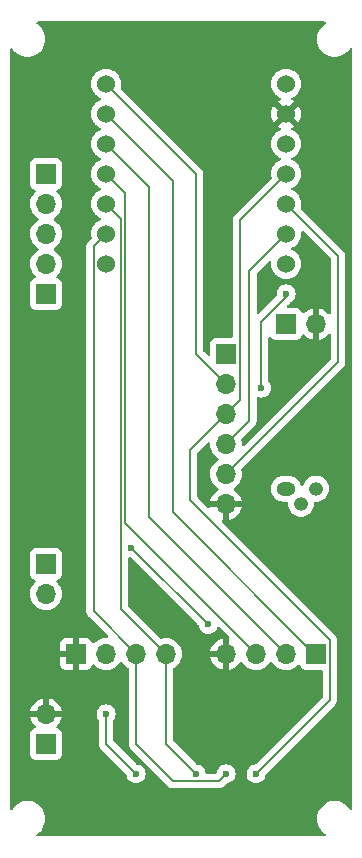
<source format=gbl>
%TF.GenerationSoftware,KiCad,Pcbnew,8.0.5*%
%TF.CreationDate,2024-11-23T17:52:30+00:00*%
%TF.ProjectId,DataGadget,44617461-4761-4646-9765-742e6b696361,rev?*%
%TF.SameCoordinates,Original*%
%TF.FileFunction,Copper,L2,Bot*%
%TF.FilePolarity,Positive*%
%FSLAX46Y46*%
G04 Gerber Fmt 4.6, Leading zero omitted, Abs format (unit mm)*
G04 Created by KiCad (PCBNEW 8.0.5) date 2024-11-23 17:52:30*
%MOMM*%
%LPD*%
G01*
G04 APERTURE LIST*
%TA.AperFunction,ComponentPad*%
%ADD10R,1.700000X1.700000*%
%TD*%
%TA.AperFunction,ComponentPad*%
%ADD11O,1.700000X1.700000*%
%TD*%
%TA.AperFunction,ComponentPad*%
%ADD12C,1.524000*%
%TD*%
%TA.AperFunction,ComponentPad*%
%ADD13O,1.600000X1.200000*%
%TD*%
%TA.AperFunction,ComponentPad*%
%ADD14O,1.200000X1.200000*%
%TD*%
%TA.AperFunction,ViaPad*%
%ADD15C,0.600000*%
%TD*%
%TA.AperFunction,Conductor*%
%ADD16C,0.200000*%
%TD*%
G04 APERTURE END LIST*
D10*
%TO.P,A1,1,GND*%
%TO.N,GND*%
X83820000Y-127000000D03*
D11*
%TO.P,A1,2,VCC*%
%TO.N,+3V3*%
X86360000Y-127000000D03*
%TO.P,A1,3,SCL*%
%TO.N,Net-(A1-SCL)*%
X88900000Y-127000000D03*
%TO.P,A1,4,SDA*%
%TO.N,Net-(A1-SDA)*%
X91440000Y-127000000D03*
%TD*%
D10*
%TO.P,J1,1,Pin_1*%
%TO.N,Net-(A2-A1_D1)*%
X104140000Y-127000000D03*
D11*
%TO.P,J1,2,Pin_2*%
%TO.N,Net-(A2-A2_D2)*%
X101600000Y-127000000D03*
%TO.P,J1,3,Pin_3*%
%TO.N,Net-(A2-A3_D3)*%
X99060000Y-127000000D03*
%TO.P,J1,4,Pin_4*%
%TO.N,GND*%
X96520000Y-127000000D03*
%TD*%
D10*
%TO.P,A3,1,3V3*%
%TO.N,+3V3*%
X96520000Y-101600000D03*
D11*
%TO.P,A3,2,CS*%
%TO.N,Net-(A2-A0_D0)*%
X96520000Y-104140000D03*
%TO.P,A3,3,MOSI*%
%TO.N,Net-(A2-MOSI_D10)*%
X96520000Y-106680000D03*
%TO.P,A3,4,CLK*%
%TO.N,Net-(A2-SCK_D8)*%
X96520000Y-109220000D03*
%TO.P,A3,5,MISO*%
%TO.N,Net-(A2-MISO_D9)*%
X96520000Y-111760000D03*
%TO.P,A3,6,GND*%
%TO.N,GND*%
X96520000Y-114300000D03*
%TD*%
D10*
%TO.P,BT1,1,+*%
%TO.N,Net-(BT1-+)*%
X81280000Y-119380000D03*
D11*
%TO.P,BT1,2,-*%
%TO.N,Net-(BT1--)*%
X81280000Y-121920000D03*
%TD*%
D10*
%TO.P,SW1,1,A*%
%TO.N,Net-(J2-Pin_2)*%
X81280000Y-86360000D03*
D11*
%TO.P,SW1,2,B*%
%TO.N,Net-(BT1-+)*%
X81280000Y-88900000D03*
%TO.P,SW1,3,C*%
%TO.N,unconnected-(SW1-C-Pad3)*%
X81280000Y-91440000D03*
%TD*%
D10*
%TO.P,J2,1,Pin_1*%
%TO.N,Net-(BT1--)*%
X81280000Y-96520000D03*
D11*
%TO.P,J2,2,Pin_2*%
%TO.N,Net-(J2-Pin_2)*%
X81280000Y-93980000D03*
%TD*%
D10*
%TO.P,C1,1*%
%TO.N,+3V3*%
X101600000Y-99060000D03*
D11*
%TO.P,C1,2*%
%TO.N,GND*%
X104140000Y-99060000D03*
%TD*%
D12*
%TO.P,A2,1,A0_D0*%
%TO.N,Net-(A2-A0_D0)*%
X86360000Y-78740000D03*
%TO.P,A2,2,A1_D1*%
%TO.N,Net-(A2-A1_D1)*%
X86360000Y-81280000D03*
%TO.P,A2,3,A2_D2*%
%TO.N,Net-(A2-A2_D2)*%
X86360000Y-83820000D03*
%TO.P,A2,4,A3_D3*%
%TO.N,Net-(A2-A3_D3)*%
X86360000Y-86360000D03*
%TO.P,A2,5,SDA_D4*%
%TO.N,Net-(A1-SDA)*%
X86360000Y-88900000D03*
%TO.P,A2,6,SCL_D5*%
%TO.N,Net-(A1-SCL)*%
X86360000Y-91440000D03*
%TO.P,A2,7,TX_D6*%
%TO.N,Net-(A2-TX_D6)*%
X86360000Y-93980000D03*
%TO.P,A2,8,RX_D7*%
%TO.N,Net-(A2-RX_D7)*%
X101600000Y-93980000D03*
%TO.P,A2,9,SCK_D8*%
%TO.N,Net-(A2-SCK_D8)*%
X101600000Y-91440000D03*
%TO.P,A2,10,MISO_D9*%
%TO.N,Net-(A2-MISO_D9)*%
X101600000Y-88900000D03*
%TO.P,A2,11,MOSI_D10*%
%TO.N,Net-(A2-MOSI_D10)*%
X101600000Y-86360000D03*
%TO.P,A2,12,3V3*%
%TO.N,+3V3*%
X101600000Y-83820000D03*
%TO.P,A2,13,GND*%
%TO.N,GND*%
X101600000Y-81280000D03*
%TO.P,A2,14,5V*%
%TO.N,unconnected-(A2-5V-Pad14)*%
X101600000Y-78740000D03*
%TD*%
D10*
%TO.P,J3,1,Pin_1*%
%TO.N,Net-(J3-Pin_1)*%
X81280000Y-134620000D03*
D11*
%TO.P,J3,2,Pin_2*%
%TO.N,GND*%
X81280000Y-132080000D03*
%TD*%
D13*
%TO.P,Q1,1,E*%
%TO.N,Net-(J3-Pin_1)*%
X101600000Y-113000000D03*
D14*
%TO.P,Q1,2,B*%
%TO.N,Net-(A2-TX_D6)*%
X102870000Y-114270000D03*
%TO.P,Q1,3,C*%
%TO.N,+3V3*%
X104140000Y-113000000D03*
%TD*%
D15*
%TO.N,Net-(A2-MISO_D9)*%
X88500000Y-118000000D03*
X95000000Y-124500000D03*
%TO.N,Net-(A2-TX_D6)*%
X99500000Y-104500000D03*
X101600000Y-96520000D03*
%TO.N,Net-(A2-SCK_D8)*%
X86360000Y-132080000D03*
X88900000Y-137160000D03*
%TO.N,Net-(A2-MOSI_D10)*%
X99060000Y-137160000D03*
%TO.N,Net-(A1-SCL)*%
X96520000Y-137160000D03*
%TO.N,Net-(A1-SDA)*%
X93980000Y-137160000D03*
%TD*%
D16*
%TO.N,Net-(A2-MISO_D9)*%
X95000000Y-124500000D02*
X88500000Y-118000000D01*
%TO.N,Net-(A2-TX_D6)*%
X99500000Y-100000000D02*
X99500000Y-104500000D01*
X101600000Y-96760000D02*
X99500000Y-98860000D01*
X99500000Y-98860000D02*
X99500000Y-100000000D01*
X101600000Y-96520000D02*
X101600000Y-96760000D01*
%TO.N,Net-(A2-SCK_D8)*%
X86360000Y-134620000D02*
X86360000Y-132080000D01*
X88900000Y-137160000D02*
X86360000Y-134620000D01*
%TO.N,Net-(A2-MOSI_D10)*%
X93500000Y-109700000D02*
X96520000Y-106680000D01*
X93500000Y-114000000D02*
X93500000Y-109700000D01*
X105290000Y-125790000D02*
X93500000Y-114000000D01*
X105290000Y-130930000D02*
X105290000Y-125790000D01*
X99060000Y-137160000D02*
X105290000Y-130930000D01*
%TO.N,Net-(A2-MISO_D9)*%
X106000000Y-102280000D02*
X106000000Y-93300000D01*
X106000000Y-93300000D02*
X101600000Y-88900000D01*
X96520000Y-111760000D02*
X106000000Y-102280000D01*
%TO.N,Net-(A2-SCK_D8)*%
X98500000Y-107240000D02*
X98500000Y-94540000D01*
X98500000Y-94540000D02*
X101600000Y-91440000D01*
X96520000Y-109220000D02*
X98500000Y-107240000D01*
%TO.N,Net-(A2-MOSI_D10)*%
X97670000Y-90290000D02*
X101600000Y-86360000D01*
X97670000Y-105530000D02*
X97670000Y-90290000D01*
X96520000Y-106680000D02*
X97670000Y-105530000D01*
%TO.N,Net-(A2-A0_D0)*%
X94000000Y-86380000D02*
X86360000Y-78740000D01*
X94000000Y-101620000D02*
X94000000Y-86380000D01*
X96520000Y-104140000D02*
X94000000Y-101620000D01*
%TO.N,Net-(A1-SCL)*%
X85298000Y-92502000D02*
X86360000Y-91440000D01*
X88900000Y-127000000D02*
X85298000Y-123398000D01*
X85298000Y-123398000D02*
X85298000Y-92502000D01*
%TO.N,Net-(A1-SDA)*%
X87600000Y-90140000D02*
X86360000Y-88900000D01*
X87600000Y-123160000D02*
X87600000Y-90140000D01*
X91440000Y-127000000D02*
X87600000Y-123160000D01*
%TO.N,Net-(A2-A1_D1)*%
X92000000Y-86920000D02*
X86360000Y-81280000D01*
X92000000Y-115000000D02*
X92000000Y-86920000D01*
X104000000Y-127000000D02*
X92000000Y-115000000D01*
X104140000Y-127000000D02*
X104000000Y-127000000D01*
%TO.N,Net-(A2-A2_D2)*%
X90000000Y-115400000D02*
X90000000Y-87460000D01*
X101600000Y-127000000D02*
X90000000Y-115400000D01*
X90000000Y-87460000D02*
X86360000Y-83820000D01*
%TO.N,Net-(A2-A3_D3)*%
X88000000Y-88000000D02*
X86360000Y-86360000D01*
X88000000Y-115940000D02*
X88000000Y-88000000D01*
X99060000Y-127000000D02*
X88000000Y-115940000D01*
%TO.N,Net-(A1-SCL)*%
X88900000Y-134620000D02*
X88900000Y-127000000D01*
X92040000Y-137760000D02*
X88900000Y-134620000D01*
X96520000Y-137160000D02*
X95920000Y-137760000D01*
X95920000Y-137760000D02*
X92040000Y-137760000D01*
%TO.N,Net-(A1-SDA)*%
X93980000Y-137160000D02*
X91440000Y-134620000D01*
X91440000Y-134620000D02*
X91440000Y-127000000D01*
%TD*%
%TA.AperFunction,Conductor*%
%TO.N,GND*%
G36*
X95086583Y-109065165D02*
G01*
X95142516Y-109107037D01*
X95166933Y-109172501D01*
X95166777Y-109192154D01*
X95164341Y-109219997D01*
X95164341Y-109220000D01*
X95184936Y-109455403D01*
X95184938Y-109455413D01*
X95246094Y-109683655D01*
X95246096Y-109683659D01*
X95246097Y-109683663D01*
X95295238Y-109789046D01*
X95345965Y-109897830D01*
X95345967Y-109897834D01*
X95481501Y-110091395D01*
X95481506Y-110091402D01*
X95648597Y-110258493D01*
X95648603Y-110258498D01*
X95834158Y-110388425D01*
X95877783Y-110443002D01*
X95884977Y-110512500D01*
X95853454Y-110574855D01*
X95834158Y-110591575D01*
X95648597Y-110721505D01*
X95481505Y-110888597D01*
X95345965Y-111082169D01*
X95345964Y-111082171D01*
X95246098Y-111296335D01*
X95246094Y-111296344D01*
X95184938Y-111524586D01*
X95184936Y-111524596D01*
X95164341Y-111759999D01*
X95164341Y-111760000D01*
X95184936Y-111995403D01*
X95184938Y-111995413D01*
X95246094Y-112223655D01*
X95246096Y-112223659D01*
X95246097Y-112223663D01*
X95345965Y-112437830D01*
X95345967Y-112437834D01*
X95443799Y-112577552D01*
X95481505Y-112631401D01*
X95648599Y-112798495D01*
X95812684Y-112913389D01*
X95834594Y-112928730D01*
X95878219Y-112983307D01*
X95885413Y-113052805D01*
X95853890Y-113115160D01*
X95834595Y-113131880D01*
X95648922Y-113261890D01*
X95648920Y-113261891D01*
X95481891Y-113428920D01*
X95481886Y-113428926D01*
X95346400Y-113622420D01*
X95346399Y-113622422D01*
X95246570Y-113836507D01*
X95246567Y-113836513D01*
X95189364Y-114049999D01*
X95189364Y-114050000D01*
X96086988Y-114050000D01*
X96054075Y-114107007D01*
X96020000Y-114234174D01*
X96020000Y-114365826D01*
X96054075Y-114492993D01*
X96086988Y-114550000D01*
X95189364Y-114550000D01*
X95170123Y-114575074D01*
X95134952Y-114627034D01*
X95070723Y-114654535D01*
X95001821Y-114642945D01*
X94968327Y-114619092D01*
X94136819Y-113787584D01*
X94103334Y-113726261D01*
X94100500Y-113699903D01*
X94100500Y-110000096D01*
X94120185Y-109933057D01*
X94136814Y-109912419D01*
X94955568Y-109093665D01*
X95016891Y-109060181D01*
X95086583Y-109065165D01*
G37*
%TD.AperFunction*%
%TA.AperFunction,Conductor*%
G36*
X104390000Y-100390633D02*
G01*
X104603483Y-100333433D01*
X104603492Y-100333429D01*
X104817578Y-100233600D01*
X105011082Y-100098105D01*
X105178101Y-99931086D01*
X105180503Y-99928224D01*
X105181880Y-99927307D01*
X105181938Y-99927250D01*
X105181949Y-99927261D01*
X105238671Y-99889516D01*
X105308532Y-99888402D01*
X105367905Y-99925233D01*
X105397941Y-99988318D01*
X105399500Y-100007921D01*
X105399500Y-101979902D01*
X105379815Y-102046941D01*
X105363181Y-102067583D01*
X98084432Y-109346331D01*
X98023109Y-109379816D01*
X97953417Y-109374832D01*
X97897484Y-109332960D01*
X97873067Y-109267496D01*
X97873223Y-109247842D01*
X97875659Y-109220000D01*
X97875659Y-109219999D01*
X97855063Y-108984596D01*
X97855063Y-108984592D01*
X97820671Y-108856239D01*
X97822334Y-108786393D01*
X97852763Y-108736470D01*
X98868713Y-107720521D01*
X98868716Y-107720520D01*
X98980520Y-107608716D01*
X99030639Y-107521904D01*
X99059577Y-107471785D01*
X99100501Y-107319057D01*
X99100501Y-107160943D01*
X99100501Y-107153348D01*
X99100500Y-107153330D01*
X99100500Y-105383062D01*
X99120185Y-105316023D01*
X99172989Y-105270268D01*
X99242147Y-105260324D01*
X99265448Y-105266018D01*
X99320745Y-105285368D01*
X99320748Y-105285368D01*
X99320750Y-105285369D01*
X99499996Y-105305565D01*
X99500000Y-105305565D01*
X99500004Y-105305565D01*
X99679249Y-105285369D01*
X99679252Y-105285368D01*
X99679255Y-105285368D01*
X99849522Y-105225789D01*
X100002262Y-105129816D01*
X100129816Y-105002262D01*
X100225789Y-104849522D01*
X100285368Y-104679255D01*
X100305565Y-104500000D01*
X100291526Y-104375403D01*
X100285369Y-104320750D01*
X100285368Y-104320745D01*
X100225788Y-104150476D01*
X100129813Y-103997734D01*
X100127550Y-103994896D01*
X100126659Y-103992715D01*
X100126111Y-103991842D01*
X100126264Y-103991745D01*
X100101144Y-103930209D01*
X100100500Y-103917587D01*
X100100500Y-100250102D01*
X100120185Y-100183063D01*
X100172989Y-100137308D01*
X100242147Y-100127364D01*
X100305703Y-100156389D01*
X100323762Y-100175786D01*
X100392454Y-100267546D01*
X100438643Y-100302123D01*
X100507664Y-100353793D01*
X100507671Y-100353797D01*
X100642517Y-100404091D01*
X100642516Y-100404091D01*
X100649444Y-100404835D01*
X100702127Y-100410500D01*
X102497872Y-100410499D01*
X102557483Y-100404091D01*
X102692331Y-100353796D01*
X102807546Y-100267546D01*
X102893796Y-100152331D01*
X102943002Y-100020401D01*
X102984872Y-99964468D01*
X103050337Y-99940050D01*
X103118610Y-99954901D01*
X103146865Y-99976053D01*
X103268917Y-100098105D01*
X103462421Y-100233600D01*
X103676507Y-100333429D01*
X103676516Y-100333433D01*
X103890000Y-100390634D01*
X103890000Y-99493012D01*
X103947007Y-99525925D01*
X104074174Y-99560000D01*
X104205826Y-99560000D01*
X104332993Y-99525925D01*
X104390000Y-99493012D01*
X104390000Y-100390633D01*
G37*
%TD.AperFunction*%
%TA.AperFunction,Conductor*%
G36*
X103052671Y-91204108D02*
G01*
X103067626Y-91216861D01*
X105363181Y-93512416D01*
X105396666Y-93573739D01*
X105399500Y-93600097D01*
X105399500Y-98112077D01*
X105379815Y-98179116D01*
X105327011Y-98224871D01*
X105257853Y-98234815D01*
X105194297Y-98205790D01*
X105180514Y-98191787D01*
X105178108Y-98188920D01*
X105011082Y-98021894D01*
X104817578Y-97886399D01*
X104603492Y-97786570D01*
X104603486Y-97786567D01*
X104390000Y-97729364D01*
X104390000Y-98626988D01*
X104332993Y-98594075D01*
X104205826Y-98560000D01*
X104074174Y-98560000D01*
X103947007Y-98594075D01*
X103890000Y-98626988D01*
X103890000Y-97729364D01*
X103889999Y-97729364D01*
X103676513Y-97786567D01*
X103676507Y-97786570D01*
X103462422Y-97886399D01*
X103462420Y-97886400D01*
X103268926Y-98021886D01*
X103146865Y-98143947D01*
X103085542Y-98177431D01*
X103015850Y-98172447D01*
X102959917Y-98130575D01*
X102943002Y-98099598D01*
X102893797Y-97967671D01*
X102893793Y-97967664D01*
X102807547Y-97852455D01*
X102807544Y-97852452D01*
X102692335Y-97766206D01*
X102692328Y-97766202D01*
X102557482Y-97715908D01*
X102557483Y-97715908D01*
X102497883Y-97709501D01*
X102497881Y-97709500D01*
X102497873Y-97709500D01*
X102497865Y-97709500D01*
X101799096Y-97709500D01*
X101732057Y-97689815D01*
X101686302Y-97637011D01*
X101676358Y-97567853D01*
X101705383Y-97504297D01*
X101711415Y-97497819D01*
X101791370Y-97417864D01*
X101958506Y-97250728D01*
X101958511Y-97250724D01*
X101968714Y-97240520D01*
X101968716Y-97240520D01*
X101977112Y-97232122D01*
X101998823Y-97214810D01*
X102102262Y-97149816D01*
X102229816Y-97022262D01*
X102325789Y-96869522D01*
X102385368Y-96699255D01*
X102405565Y-96520000D01*
X102385368Y-96340745D01*
X102325789Y-96170478D01*
X102229816Y-96017738D01*
X102102262Y-95890184D01*
X101949523Y-95794211D01*
X101779254Y-95734631D01*
X101779249Y-95734630D01*
X101600004Y-95714435D01*
X101599996Y-95714435D01*
X101420750Y-95734630D01*
X101420745Y-95734631D01*
X101250476Y-95794211D01*
X101097737Y-95890184D01*
X100970184Y-96017737D01*
X100874211Y-96170476D01*
X100814631Y-96340745D01*
X100814630Y-96340750D01*
X100794435Y-96519996D01*
X100794435Y-96520003D01*
X100807629Y-96637109D01*
X100795574Y-96705931D01*
X100772090Y-96738673D01*
X99312181Y-98198583D01*
X99250858Y-98232068D01*
X99181166Y-98227084D01*
X99125233Y-98185212D01*
X99100816Y-98119748D01*
X99100500Y-98110902D01*
X99100500Y-94840096D01*
X99120185Y-94773057D01*
X99136814Y-94752420D01*
X100132375Y-93756858D01*
X100193696Y-93723375D01*
X100263387Y-93728359D01*
X100319321Y-93770231D01*
X100343738Y-93835695D01*
X100343582Y-93855348D01*
X100332677Y-93979997D01*
X100332677Y-93980002D01*
X100351929Y-94200062D01*
X100351930Y-94200070D01*
X100409104Y-94413445D01*
X100409105Y-94413447D01*
X100409106Y-94413450D01*
X100423195Y-94443664D01*
X100502466Y-94613662D01*
X100502468Y-94613666D01*
X100629170Y-94794615D01*
X100629175Y-94794621D01*
X100785378Y-94950824D01*
X100785384Y-94950829D01*
X100966333Y-95077531D01*
X100966335Y-95077532D01*
X100966338Y-95077534D01*
X101166550Y-95170894D01*
X101379932Y-95228070D01*
X101537123Y-95241822D01*
X101599998Y-95247323D01*
X101600000Y-95247323D01*
X101600002Y-95247323D01*
X101655017Y-95242509D01*
X101820068Y-95228070D01*
X102033450Y-95170894D01*
X102233662Y-95077534D01*
X102414620Y-94950826D01*
X102570826Y-94794620D01*
X102697534Y-94613662D01*
X102790894Y-94413450D01*
X102848070Y-94200068D01*
X102867323Y-93980000D01*
X102848070Y-93759932D01*
X102790894Y-93546550D01*
X102697534Y-93346339D01*
X102570826Y-93165380D01*
X102414620Y-93009174D01*
X102414616Y-93009171D01*
X102414615Y-93009170D01*
X102233666Y-92882468D01*
X102233658Y-92882464D01*
X102104811Y-92822382D01*
X102052371Y-92776210D01*
X102033219Y-92709017D01*
X102053435Y-92642135D01*
X102104811Y-92597618D01*
X102118905Y-92591046D01*
X102233662Y-92537534D01*
X102414620Y-92410826D01*
X102570826Y-92254620D01*
X102697534Y-92073662D01*
X102790894Y-91873450D01*
X102848070Y-91660068D01*
X102867323Y-91440000D01*
X102856417Y-91315347D01*
X102870183Y-91246850D01*
X102918798Y-91196667D01*
X102986827Y-91180733D01*
X103052671Y-91204108D01*
G37*
%TD.AperFunction*%
%TA.AperFunction,Conductor*%
G36*
X104905546Y-73470185D02*
G01*
X104951301Y-73522989D01*
X104961245Y-73592147D01*
X104932220Y-73655703D01*
X104897526Y-73683554D01*
X104894785Y-73685037D01*
X104886493Y-73689524D01*
X104690257Y-73842261D01*
X104521833Y-74025217D01*
X104385826Y-74233393D01*
X104285936Y-74461118D01*
X104224892Y-74702175D01*
X104224890Y-74702187D01*
X104204357Y-74949994D01*
X104204357Y-74950005D01*
X104224890Y-75197812D01*
X104224892Y-75197824D01*
X104285936Y-75438881D01*
X104385826Y-75666606D01*
X104521833Y-75874782D01*
X104521836Y-75874785D01*
X104690256Y-76057738D01*
X104886491Y-76210474D01*
X105105190Y-76328828D01*
X105340386Y-76409571D01*
X105585665Y-76450500D01*
X105834335Y-76450500D01*
X106079614Y-76409571D01*
X106314810Y-76328828D01*
X106533509Y-76210474D01*
X106729744Y-76057738D01*
X106898164Y-75874785D01*
X106981691Y-75746937D01*
X107034837Y-75701580D01*
X107104069Y-75692156D01*
X107167404Y-75721658D01*
X107204736Y-75780718D01*
X107209500Y-75814758D01*
X107209500Y-140085241D01*
X107189815Y-140152280D01*
X107137011Y-140198035D01*
X107067853Y-140207979D01*
X107004297Y-140178954D01*
X106981691Y-140153063D01*
X106959620Y-140119281D01*
X106898164Y-140025215D01*
X106729744Y-139842262D01*
X106533509Y-139689526D01*
X106533507Y-139689525D01*
X106533506Y-139689524D01*
X106314811Y-139571172D01*
X106314802Y-139571169D01*
X106079616Y-139490429D01*
X105834335Y-139449500D01*
X105585665Y-139449500D01*
X105340383Y-139490429D01*
X105105197Y-139571169D01*
X105105188Y-139571172D01*
X104886493Y-139689524D01*
X104690257Y-139842261D01*
X104521833Y-140025217D01*
X104385826Y-140233393D01*
X104285936Y-140461118D01*
X104224892Y-140702175D01*
X104224890Y-140702187D01*
X104204357Y-140949994D01*
X104204357Y-140950005D01*
X104224890Y-141197812D01*
X104224892Y-141197824D01*
X104285936Y-141438881D01*
X104385826Y-141666606D01*
X104521833Y-141874782D01*
X104521836Y-141874785D01*
X104690256Y-142057738D01*
X104886491Y-142210474D01*
X104897525Y-142216445D01*
X104947115Y-142265665D01*
X104962223Y-142333881D01*
X104938053Y-142399437D01*
X104882277Y-142441518D01*
X104838507Y-142449500D01*
X80581493Y-142449500D01*
X80514454Y-142429815D01*
X80468699Y-142377011D01*
X80458755Y-142307853D01*
X80487780Y-142244297D01*
X80522473Y-142216445D01*
X80533509Y-142210474D01*
X80729744Y-142057738D01*
X80898164Y-141874785D01*
X81034173Y-141666607D01*
X81134063Y-141438881D01*
X81195108Y-141197821D01*
X81195109Y-141197812D01*
X81215643Y-140950005D01*
X81215643Y-140949994D01*
X81195109Y-140702187D01*
X81195107Y-140702175D01*
X81134063Y-140461118D01*
X81034173Y-140233393D01*
X80898166Y-140025217D01*
X80876557Y-140001744D01*
X80729744Y-139842262D01*
X80533509Y-139689526D01*
X80533507Y-139689525D01*
X80533506Y-139689524D01*
X80314811Y-139571172D01*
X80314802Y-139571169D01*
X80079616Y-139490429D01*
X79834335Y-139449500D01*
X79585665Y-139449500D01*
X79340383Y-139490429D01*
X79105197Y-139571169D01*
X79105188Y-139571172D01*
X78886493Y-139689524D01*
X78690257Y-139842261D01*
X78521836Y-140025215D01*
X78438309Y-140153063D01*
X78385162Y-140198419D01*
X78315931Y-140207843D01*
X78252595Y-140178341D01*
X78215264Y-140119281D01*
X78210500Y-140085241D01*
X78210500Y-133722135D01*
X79929500Y-133722135D01*
X79929500Y-135517870D01*
X79929501Y-135517876D01*
X79935908Y-135577483D01*
X79986202Y-135712328D01*
X79986206Y-135712335D01*
X80072452Y-135827544D01*
X80072455Y-135827547D01*
X80187664Y-135913793D01*
X80187671Y-135913797D01*
X80322517Y-135964091D01*
X80322516Y-135964091D01*
X80329444Y-135964835D01*
X80382127Y-135970500D01*
X82177872Y-135970499D01*
X82237483Y-135964091D01*
X82372331Y-135913796D01*
X82487546Y-135827546D01*
X82573796Y-135712331D01*
X82624091Y-135577483D01*
X82630500Y-135517873D01*
X82630499Y-133722128D01*
X82624091Y-133662517D01*
X82573796Y-133527669D01*
X82573795Y-133527668D01*
X82573793Y-133527664D01*
X82487547Y-133412455D01*
X82487544Y-133412452D01*
X82372335Y-133326206D01*
X82372328Y-133326202D01*
X82240401Y-133276997D01*
X82184467Y-133235126D01*
X82160050Y-133169662D01*
X82174902Y-133101389D01*
X82196053Y-133073133D01*
X82318108Y-132951078D01*
X82453600Y-132757578D01*
X82553429Y-132543492D01*
X82553432Y-132543486D01*
X82610636Y-132330000D01*
X81713012Y-132330000D01*
X81745925Y-132272993D01*
X81780000Y-132145826D01*
X81780000Y-132079996D01*
X85554435Y-132079996D01*
X85554435Y-132080003D01*
X85574630Y-132259249D01*
X85574631Y-132259254D01*
X85634211Y-132429523D01*
X85694515Y-132525496D01*
X85705819Y-132543486D01*
X85730185Y-132582263D01*
X85732445Y-132585097D01*
X85733334Y-132587275D01*
X85733889Y-132588158D01*
X85733734Y-132588255D01*
X85758855Y-132649783D01*
X85759500Y-132662412D01*
X85759500Y-134533330D01*
X85759499Y-134533348D01*
X85759499Y-134699054D01*
X85759498Y-134699054D01*
X85800423Y-134851785D01*
X85829358Y-134901900D01*
X85829359Y-134901904D01*
X85829360Y-134901904D01*
X85879479Y-134988714D01*
X85879481Y-134988717D01*
X85998349Y-135107585D01*
X85998355Y-135107590D01*
X88069298Y-137178533D01*
X88102783Y-137239856D01*
X88104837Y-137252330D01*
X88114630Y-137339249D01*
X88174210Y-137509521D01*
X88270184Y-137662262D01*
X88397738Y-137789816D01*
X88550478Y-137885789D01*
X88720742Y-137945367D01*
X88720745Y-137945368D01*
X88720750Y-137945369D01*
X88899996Y-137965565D01*
X88900000Y-137965565D01*
X88900004Y-137965565D01*
X89079249Y-137945369D01*
X89079252Y-137945368D01*
X89079255Y-137945368D01*
X89249522Y-137885789D01*
X89402262Y-137789816D01*
X89529816Y-137662262D01*
X89625789Y-137509522D01*
X89685368Y-137339255D01*
X89695162Y-137252330D01*
X89705565Y-137160003D01*
X89705565Y-137159996D01*
X89685369Y-136980750D01*
X89685368Y-136980745D01*
X89625788Y-136810476D01*
X89529815Y-136657737D01*
X89402262Y-136530184D01*
X89249521Y-136434210D01*
X89079249Y-136374630D01*
X88992330Y-136364837D01*
X88927916Y-136337770D01*
X88918533Y-136329298D01*
X86996819Y-134407584D01*
X86963334Y-134346261D01*
X86960500Y-134319903D01*
X86960500Y-132662412D01*
X86980185Y-132595373D01*
X86987555Y-132585097D01*
X86989810Y-132582267D01*
X86989816Y-132582262D01*
X87085789Y-132429522D01*
X87145368Y-132259255D01*
X87145369Y-132259249D01*
X87165565Y-132080003D01*
X87165565Y-132079996D01*
X87145369Y-131900750D01*
X87145368Y-131900745D01*
X87120613Y-131829999D01*
X87085789Y-131730478D01*
X86989816Y-131577738D01*
X86862262Y-131450184D01*
X86709523Y-131354211D01*
X86539254Y-131294631D01*
X86539249Y-131294630D01*
X86360004Y-131274435D01*
X86359996Y-131274435D01*
X86180750Y-131294630D01*
X86180745Y-131294631D01*
X86010476Y-131354211D01*
X85857737Y-131450184D01*
X85730184Y-131577737D01*
X85634211Y-131730476D01*
X85574631Y-131900745D01*
X85574630Y-131900750D01*
X85554435Y-132079996D01*
X81780000Y-132079996D01*
X81780000Y-132014174D01*
X81745925Y-131887007D01*
X81713012Y-131830000D01*
X82610636Y-131830000D01*
X82610635Y-131829999D01*
X82553432Y-131616513D01*
X82553429Y-131616507D01*
X82453600Y-131402422D01*
X82453599Y-131402420D01*
X82318113Y-131208926D01*
X82318108Y-131208920D01*
X82151082Y-131041894D01*
X81957578Y-130906399D01*
X81743492Y-130806570D01*
X81743486Y-130806567D01*
X81530000Y-130749364D01*
X81530000Y-131646988D01*
X81472993Y-131614075D01*
X81345826Y-131580000D01*
X81214174Y-131580000D01*
X81087007Y-131614075D01*
X81030000Y-131646988D01*
X81030000Y-130749364D01*
X81029999Y-130749364D01*
X80816513Y-130806567D01*
X80816507Y-130806570D01*
X80602422Y-130906399D01*
X80602420Y-130906400D01*
X80408926Y-131041886D01*
X80408920Y-131041891D01*
X80241891Y-131208920D01*
X80241886Y-131208926D01*
X80106400Y-131402420D01*
X80106399Y-131402422D01*
X80006570Y-131616507D01*
X80006567Y-131616513D01*
X79949364Y-131829999D01*
X79949364Y-131830000D01*
X80846988Y-131830000D01*
X80814075Y-131887007D01*
X80780000Y-132014174D01*
X80780000Y-132145826D01*
X80814075Y-132272993D01*
X80846988Y-132330000D01*
X79949364Y-132330000D01*
X80006567Y-132543486D01*
X80006570Y-132543492D01*
X80106399Y-132757578D01*
X80241894Y-132951082D01*
X80363946Y-133073134D01*
X80397431Y-133134457D01*
X80392447Y-133204149D01*
X80350575Y-133260082D01*
X80319598Y-133276997D01*
X80187671Y-133326202D01*
X80187664Y-133326206D01*
X80072455Y-133412452D01*
X80072452Y-133412455D01*
X79986206Y-133527664D01*
X79986202Y-133527671D01*
X79935908Y-133662517D01*
X79929501Y-133722116D01*
X79929501Y-133722123D01*
X79929500Y-133722135D01*
X78210500Y-133722135D01*
X78210500Y-126102155D01*
X82470000Y-126102155D01*
X82470000Y-126750000D01*
X83386988Y-126750000D01*
X83354075Y-126807007D01*
X83320000Y-126934174D01*
X83320000Y-127065826D01*
X83354075Y-127192993D01*
X83386988Y-127250000D01*
X82470000Y-127250000D01*
X82470000Y-127897844D01*
X82476401Y-127957372D01*
X82476403Y-127957379D01*
X82526645Y-128092086D01*
X82526649Y-128092093D01*
X82612809Y-128207187D01*
X82612812Y-128207190D01*
X82727906Y-128293350D01*
X82727913Y-128293354D01*
X82862620Y-128343596D01*
X82862627Y-128343598D01*
X82922155Y-128349999D01*
X82922172Y-128350000D01*
X83570000Y-128350000D01*
X83570000Y-127433012D01*
X83627007Y-127465925D01*
X83754174Y-127500000D01*
X83885826Y-127500000D01*
X84012993Y-127465925D01*
X84070000Y-127433012D01*
X84070000Y-128350000D01*
X84717828Y-128350000D01*
X84717844Y-128349999D01*
X84777372Y-128343598D01*
X84777379Y-128343596D01*
X84912086Y-128293354D01*
X84912093Y-128293350D01*
X85027187Y-128207190D01*
X85027190Y-128207187D01*
X85113350Y-128092093D01*
X85113354Y-128092086D01*
X85162422Y-127960529D01*
X85204293Y-127904595D01*
X85269757Y-127880178D01*
X85338030Y-127895030D01*
X85366285Y-127916181D01*
X85488599Y-128038495D01*
X85585384Y-128106265D01*
X85682165Y-128174032D01*
X85682167Y-128174033D01*
X85682170Y-128174035D01*
X85896337Y-128273903D01*
X86124592Y-128335063D01*
X86301034Y-128350500D01*
X86359999Y-128355659D01*
X86360000Y-128355659D01*
X86360001Y-128355659D01*
X86418966Y-128350500D01*
X86595408Y-128335063D01*
X86823663Y-128273903D01*
X87037830Y-128174035D01*
X87231401Y-128038495D01*
X87398495Y-127871401D01*
X87528425Y-127685842D01*
X87583002Y-127642217D01*
X87652500Y-127635023D01*
X87714855Y-127666546D01*
X87731575Y-127685842D01*
X87861500Y-127871395D01*
X87861505Y-127871401D01*
X88028599Y-128038495D01*
X88125384Y-128106265D01*
X88222165Y-128174032D01*
X88222167Y-128174033D01*
X88222170Y-128174035D01*
X88227898Y-128176706D01*
X88280339Y-128222872D01*
X88299500Y-128289090D01*
X88299500Y-134533330D01*
X88299499Y-134533348D01*
X88299499Y-134699054D01*
X88299498Y-134699054D01*
X88340423Y-134851785D01*
X88369358Y-134901900D01*
X88369359Y-134901904D01*
X88369360Y-134901904D01*
X88419479Y-134988714D01*
X88419481Y-134988717D01*
X88538349Y-135107585D01*
X88538354Y-135107589D01*
X91671284Y-138240520D01*
X91671286Y-138240521D01*
X91671290Y-138240524D01*
X91808209Y-138319573D01*
X91808216Y-138319577D01*
X91960943Y-138360501D01*
X91960945Y-138360501D01*
X92126654Y-138360501D01*
X92126670Y-138360500D01*
X95833331Y-138360500D01*
X95833347Y-138360501D01*
X95840943Y-138360501D01*
X95999054Y-138360501D01*
X95999057Y-138360501D01*
X96151785Y-138319577D01*
X96201904Y-138290639D01*
X96288716Y-138240520D01*
X96400520Y-138128716D01*
X96400520Y-138128714D01*
X96410728Y-138118507D01*
X96410730Y-138118504D01*
X96538535Y-137990698D01*
X96599856Y-137957215D01*
X96612311Y-137955163D01*
X96699255Y-137945368D01*
X96869522Y-137885789D01*
X97022262Y-137789816D01*
X97149816Y-137662262D01*
X97245789Y-137509522D01*
X97305368Y-137339255D01*
X97315162Y-137252330D01*
X97325565Y-137160003D01*
X97325565Y-137159996D01*
X97305369Y-136980750D01*
X97305368Y-136980745D01*
X97245788Y-136810476D01*
X97149815Y-136657737D01*
X97022262Y-136530184D01*
X96869523Y-136434211D01*
X96699254Y-136374631D01*
X96699249Y-136374630D01*
X96520004Y-136354435D01*
X96519996Y-136354435D01*
X96340750Y-136374630D01*
X96340745Y-136374631D01*
X96170476Y-136434211D01*
X96017737Y-136530184D01*
X95890184Y-136657737D01*
X95794210Y-136810478D01*
X95734630Y-136980750D01*
X95726898Y-137049383D01*
X95699832Y-137113797D01*
X95642237Y-137153352D01*
X95603678Y-137159500D01*
X94896322Y-137159500D01*
X94829283Y-137139815D01*
X94783528Y-137087011D01*
X94773102Y-137049383D01*
X94765369Y-136980750D01*
X94765368Y-136980748D01*
X94765368Y-136980745D01*
X94705789Y-136810478D01*
X94609816Y-136657738D01*
X94482262Y-136530184D01*
X94329521Y-136434210D01*
X94159249Y-136374630D01*
X94072330Y-136364837D01*
X94007916Y-136337770D01*
X93998533Y-136329298D01*
X92076819Y-134407584D01*
X92043334Y-134346261D01*
X92040500Y-134319903D01*
X92040500Y-128289090D01*
X92060185Y-128222051D01*
X92112101Y-128176706D01*
X92117830Y-128174035D01*
X92311401Y-128038495D01*
X92478495Y-127871401D01*
X92614035Y-127677830D01*
X92713903Y-127463663D01*
X92775063Y-127235408D01*
X92795659Y-127000000D01*
X92775063Y-126764592D01*
X92713903Y-126536337D01*
X92614035Y-126322171D01*
X92478495Y-126128599D01*
X92478494Y-126128597D01*
X92311402Y-125961506D01*
X92311395Y-125961501D01*
X92117834Y-125825967D01*
X92117830Y-125825965D01*
X92046727Y-125792809D01*
X91903663Y-125726097D01*
X91903659Y-125726096D01*
X91903655Y-125726094D01*
X91675413Y-125664938D01*
X91675403Y-125664936D01*
X91440001Y-125644341D01*
X91439999Y-125644341D01*
X91204596Y-125664936D01*
X91204583Y-125664939D01*
X91076241Y-125699327D01*
X91006392Y-125697664D01*
X90956468Y-125667233D01*
X88236819Y-122947584D01*
X88203334Y-122886261D01*
X88200500Y-122859903D01*
X88200500Y-118910575D01*
X88220185Y-118843536D01*
X88272989Y-118797781D01*
X88338382Y-118787355D01*
X88407667Y-118795161D01*
X88472081Y-118822227D01*
X88481465Y-118830700D01*
X94169298Y-124518533D01*
X94202783Y-124579856D01*
X94204837Y-124592330D01*
X94214630Y-124679249D01*
X94274210Y-124849521D01*
X94274211Y-124849522D01*
X94370184Y-125002262D01*
X94497738Y-125129816D01*
X94650478Y-125225789D01*
X94820745Y-125285368D01*
X94820750Y-125285369D01*
X94999996Y-125305565D01*
X95000000Y-125305565D01*
X95000004Y-125305565D01*
X95179249Y-125285369D01*
X95179252Y-125285368D01*
X95179255Y-125285368D01*
X95349522Y-125225789D01*
X95502262Y-125129816D01*
X95629816Y-125002262D01*
X95725789Y-124849522D01*
X95747316Y-124788000D01*
X95788038Y-124731225D01*
X95852990Y-124705477D01*
X95921552Y-124718933D01*
X95952039Y-124741274D01*
X96733681Y-125522916D01*
X96767166Y-125584239D01*
X96770000Y-125610597D01*
X96770000Y-126566988D01*
X96712993Y-126534075D01*
X96585826Y-126500000D01*
X96454174Y-126500000D01*
X96327007Y-126534075D01*
X96270000Y-126566988D01*
X96270000Y-125669364D01*
X96269999Y-125669364D01*
X96056513Y-125726567D01*
X96056507Y-125726570D01*
X95842422Y-125826399D01*
X95842420Y-125826400D01*
X95648926Y-125961886D01*
X95648920Y-125961891D01*
X95481891Y-126128920D01*
X95481886Y-126128926D01*
X95346400Y-126322420D01*
X95346399Y-126322422D01*
X95246570Y-126536507D01*
X95246567Y-126536513D01*
X95189364Y-126749999D01*
X95189364Y-126750000D01*
X96086988Y-126750000D01*
X96054075Y-126807007D01*
X96020000Y-126934174D01*
X96020000Y-127065826D01*
X96054075Y-127192993D01*
X96086988Y-127250000D01*
X95189364Y-127250000D01*
X95246567Y-127463486D01*
X95246570Y-127463492D01*
X95346399Y-127677578D01*
X95481894Y-127871082D01*
X95648917Y-128038105D01*
X95842421Y-128173600D01*
X96056507Y-128273429D01*
X96056516Y-128273433D01*
X96270000Y-128330634D01*
X96270000Y-127433012D01*
X96327007Y-127465925D01*
X96454174Y-127500000D01*
X96585826Y-127500000D01*
X96712993Y-127465925D01*
X96770000Y-127433012D01*
X96770000Y-128330633D01*
X96983483Y-128273433D01*
X96983492Y-128273429D01*
X97197578Y-128173600D01*
X97391082Y-128038105D01*
X97558105Y-127871082D01*
X97688119Y-127685405D01*
X97742696Y-127641781D01*
X97812195Y-127634588D01*
X97874549Y-127666110D01*
X97891269Y-127685405D01*
X98021505Y-127871401D01*
X98188599Y-128038495D01*
X98285384Y-128106265D01*
X98382165Y-128174032D01*
X98382167Y-128174033D01*
X98382170Y-128174035D01*
X98596337Y-128273903D01*
X98824592Y-128335063D01*
X99001034Y-128350500D01*
X99059999Y-128355659D01*
X99060000Y-128355659D01*
X99060001Y-128355659D01*
X99118966Y-128350500D01*
X99295408Y-128335063D01*
X99523663Y-128273903D01*
X99737830Y-128174035D01*
X99931401Y-128038495D01*
X100098495Y-127871401D01*
X100228425Y-127685842D01*
X100283002Y-127642217D01*
X100352500Y-127635023D01*
X100414855Y-127666546D01*
X100431575Y-127685842D01*
X100561500Y-127871395D01*
X100561505Y-127871401D01*
X100728599Y-128038495D01*
X100825384Y-128106265D01*
X100922165Y-128174032D01*
X100922167Y-128174033D01*
X100922170Y-128174035D01*
X101136337Y-128273903D01*
X101364592Y-128335063D01*
X101541034Y-128350500D01*
X101599999Y-128355659D01*
X101600000Y-128355659D01*
X101600001Y-128355659D01*
X101658966Y-128350500D01*
X101835408Y-128335063D01*
X102063663Y-128273903D01*
X102277830Y-128174035D01*
X102471401Y-128038495D01*
X102593329Y-127916566D01*
X102654648Y-127883084D01*
X102724340Y-127888068D01*
X102780274Y-127929939D01*
X102797189Y-127960917D01*
X102846202Y-128092328D01*
X102846206Y-128092335D01*
X102932452Y-128207544D01*
X102932455Y-128207547D01*
X103047664Y-128293793D01*
X103047671Y-128293797D01*
X103182517Y-128344091D01*
X103182516Y-128344091D01*
X103189444Y-128344835D01*
X103242127Y-128350500D01*
X104565500Y-128350499D01*
X104632539Y-128370184D01*
X104678294Y-128422987D01*
X104689500Y-128474499D01*
X104689500Y-130629902D01*
X104669815Y-130696941D01*
X104653181Y-130717583D01*
X99041465Y-136329298D01*
X98980142Y-136362783D01*
X98967668Y-136364837D01*
X98880750Y-136374630D01*
X98710478Y-136434210D01*
X98557737Y-136530184D01*
X98430184Y-136657737D01*
X98334211Y-136810476D01*
X98274631Y-136980745D01*
X98274630Y-136980750D01*
X98254435Y-137159996D01*
X98254435Y-137160003D01*
X98274630Y-137339249D01*
X98274631Y-137339254D01*
X98334211Y-137509523D01*
X98430184Y-137662262D01*
X98557738Y-137789816D01*
X98710478Y-137885789D01*
X98880742Y-137945367D01*
X98880745Y-137945368D01*
X98880750Y-137945369D01*
X99059996Y-137965565D01*
X99060000Y-137965565D01*
X99060004Y-137965565D01*
X99239249Y-137945369D01*
X99239252Y-137945368D01*
X99239255Y-137945368D01*
X99409522Y-137885789D01*
X99562262Y-137789816D01*
X99689816Y-137662262D01*
X99785789Y-137509522D01*
X99845368Y-137339255D01*
X99855161Y-137252329D01*
X99882226Y-137187918D01*
X99890690Y-137178543D01*
X105648506Y-131420728D01*
X105648511Y-131420724D01*
X105658714Y-131410520D01*
X105658716Y-131410520D01*
X105770520Y-131298716D01*
X105849577Y-131161784D01*
X105890500Y-131009057D01*
X105890500Y-125879059D01*
X105890501Y-125879046D01*
X105890501Y-125710945D01*
X105890501Y-125710943D01*
X105849577Y-125558215D01*
X105820639Y-125508095D01*
X105770520Y-125421284D01*
X105658716Y-125309480D01*
X105658715Y-125309479D01*
X105654385Y-125305149D01*
X105654374Y-125305139D01*
X96200904Y-115851669D01*
X96167419Y-115790346D01*
X96172403Y-115720654D01*
X96214275Y-115664721D01*
X96236268Y-115656517D01*
X96270000Y-115630634D01*
X96270000Y-114733012D01*
X96327007Y-114765925D01*
X96454174Y-114800000D01*
X96585826Y-114800000D01*
X96712993Y-114765925D01*
X96770000Y-114733012D01*
X96770000Y-115630633D01*
X96983483Y-115573433D01*
X96983492Y-115573429D01*
X97197578Y-115473600D01*
X97391082Y-115338105D01*
X97558105Y-115171082D01*
X97693600Y-114977578D01*
X97793429Y-114763492D01*
X97793432Y-114763486D01*
X97850636Y-114550000D01*
X96953012Y-114550000D01*
X96985925Y-114492993D01*
X97020000Y-114365826D01*
X97020000Y-114234174D01*
X96985925Y-114107007D01*
X96953012Y-114050000D01*
X97850636Y-114050000D01*
X97850635Y-114049999D01*
X97793432Y-113836513D01*
X97793429Y-113836507D01*
X97693600Y-113622422D01*
X97693599Y-113622420D01*
X97558113Y-113428926D01*
X97558108Y-113428920D01*
X97391078Y-113261890D01*
X97205405Y-113131879D01*
X97161780Y-113077302D01*
X97154588Y-113007804D01*
X97186110Y-112945449D01*
X97205406Y-112928730D01*
X97227315Y-112913389D01*
X100299500Y-112913389D01*
X100299500Y-113086611D01*
X100326598Y-113257701D01*
X100380127Y-113422445D01*
X100458768Y-113576788D01*
X100560586Y-113716928D01*
X100683072Y-113839414D01*
X100823212Y-113941232D01*
X100977555Y-114019873D01*
X101142299Y-114073402D01*
X101313389Y-114100500D01*
X101644470Y-114100500D01*
X101711509Y-114120185D01*
X101757264Y-114172989D01*
X101767941Y-114235941D01*
X101764785Y-114269999D01*
X101783602Y-114473082D01*
X101839417Y-114669247D01*
X101839422Y-114669260D01*
X101930327Y-114851821D01*
X102053237Y-115014581D01*
X102203958Y-115151980D01*
X102203960Y-115151982D01*
X102234808Y-115171082D01*
X102377363Y-115259348D01*
X102567544Y-115333024D01*
X102768024Y-115370500D01*
X102768026Y-115370500D01*
X102971974Y-115370500D01*
X102971976Y-115370500D01*
X103172456Y-115333024D01*
X103362637Y-115259348D01*
X103536041Y-115151981D01*
X103686764Y-115014579D01*
X103809673Y-114851821D01*
X103900582Y-114669250D01*
X103956397Y-114473083D01*
X103975215Y-114270000D01*
X103972059Y-114235941D01*
X103985474Y-114167372D01*
X104033831Y-114116940D01*
X104095530Y-114100500D01*
X104241974Y-114100500D01*
X104241976Y-114100500D01*
X104442456Y-114063024D01*
X104632637Y-113989348D01*
X104806041Y-113881981D01*
X104956764Y-113744579D01*
X105079673Y-113581821D01*
X105170582Y-113399250D01*
X105226397Y-113203083D01*
X105245215Y-113000000D01*
X105237189Y-112913389D01*
X105226397Y-112796917D01*
X105213397Y-112751229D01*
X105170582Y-112600750D01*
X105159032Y-112577555D01*
X105082179Y-112423212D01*
X105079673Y-112418179D01*
X104956764Y-112255421D01*
X104956762Y-112255418D01*
X104806041Y-112118019D01*
X104806039Y-112118017D01*
X104632642Y-112010655D01*
X104632635Y-112010651D01*
X104537546Y-111973814D01*
X104442456Y-111936976D01*
X104241976Y-111899500D01*
X104038024Y-111899500D01*
X103837544Y-111936976D01*
X103837541Y-111936976D01*
X103837541Y-111936977D01*
X103647364Y-112010651D01*
X103647357Y-112010655D01*
X103473960Y-112118017D01*
X103473958Y-112118019D01*
X103323237Y-112255418D01*
X103200327Y-112418178D01*
X103109422Y-112600739D01*
X103109417Y-112600752D01*
X103089162Y-112671941D01*
X103051882Y-112731034D01*
X102988572Y-112760591D01*
X102919333Y-112751229D01*
X102866147Y-112705918D01*
X102851965Y-112676324D01*
X102850541Y-112671941D01*
X102819873Y-112577555D01*
X102741232Y-112423212D01*
X102639414Y-112283072D01*
X102516928Y-112160586D01*
X102376788Y-112058768D01*
X102222445Y-111980127D01*
X102057701Y-111926598D01*
X102057699Y-111926597D01*
X102057698Y-111926597D01*
X101926271Y-111905781D01*
X101886611Y-111899500D01*
X101313389Y-111899500D01*
X101273728Y-111905781D01*
X101142302Y-111926597D01*
X100977552Y-111980128D01*
X100823211Y-112058768D01*
X100743256Y-112116859D01*
X100683072Y-112160586D01*
X100683070Y-112160588D01*
X100683069Y-112160588D01*
X100560588Y-112283069D01*
X100560588Y-112283070D01*
X100560586Y-112283072D01*
X100516859Y-112343256D01*
X100458768Y-112423211D01*
X100380128Y-112577552D01*
X100326597Y-112742302D01*
X100317697Y-112798495D01*
X100299500Y-112913389D01*
X97227315Y-112913389D01*
X97391401Y-112798495D01*
X97558495Y-112631401D01*
X97694035Y-112437830D01*
X97793903Y-112223663D01*
X97855063Y-111995408D01*
X97875659Y-111760000D01*
X97855063Y-111524592D01*
X97820671Y-111396239D01*
X97822334Y-111326393D01*
X97852763Y-111276470D01*
X106480520Y-102648716D01*
X106559577Y-102511784D01*
X106600501Y-102359057D01*
X106600501Y-102200942D01*
X106600501Y-102193347D01*
X106600500Y-102193329D01*
X106600500Y-93389060D01*
X106600501Y-93389047D01*
X106600501Y-93220944D01*
X106585613Y-93165381D01*
X106559577Y-93068216D01*
X106559573Y-93068209D01*
X106480524Y-92931290D01*
X106480518Y-92931282D01*
X102860914Y-89311679D01*
X102827429Y-89250356D01*
X102828821Y-89191902D01*
X102843960Y-89135408D01*
X102848070Y-89120068D01*
X102867323Y-88900000D01*
X102848070Y-88679932D01*
X102790894Y-88466550D01*
X102697534Y-88266339D01*
X102570826Y-88085380D01*
X102414620Y-87929174D01*
X102414616Y-87929171D01*
X102414615Y-87929170D01*
X102233666Y-87802468D01*
X102233658Y-87802464D01*
X102104811Y-87742382D01*
X102052371Y-87696210D01*
X102033219Y-87629017D01*
X102053435Y-87562135D01*
X102104811Y-87517618D01*
X102110802Y-87514824D01*
X102233662Y-87457534D01*
X102414620Y-87330826D01*
X102570826Y-87174620D01*
X102697534Y-86993662D01*
X102790894Y-86793450D01*
X102848070Y-86580068D01*
X102867323Y-86360000D01*
X102848070Y-86139932D01*
X102790894Y-85926550D01*
X102697534Y-85726339D01*
X102570826Y-85545380D01*
X102414620Y-85389174D01*
X102414616Y-85389171D01*
X102414615Y-85389170D01*
X102233666Y-85262468D01*
X102233658Y-85262464D01*
X102104811Y-85202382D01*
X102052371Y-85156210D01*
X102033219Y-85089017D01*
X102053435Y-85022135D01*
X102104811Y-84977618D01*
X102110802Y-84974824D01*
X102233662Y-84917534D01*
X102414620Y-84790826D01*
X102570826Y-84634620D01*
X102697534Y-84453662D01*
X102790894Y-84253450D01*
X102848070Y-84040068D01*
X102867323Y-83820000D01*
X102848070Y-83599932D01*
X102790894Y-83386550D01*
X102697534Y-83186339D01*
X102570826Y-83005380D01*
X102414620Y-82849174D01*
X102414616Y-82849171D01*
X102414615Y-82849170D01*
X102233666Y-82722468D01*
X102233662Y-82722466D01*
X102104218Y-82662105D01*
X102051779Y-82615932D01*
X102032627Y-82548739D01*
X102052843Y-82481858D01*
X102104219Y-82437340D01*
X102233416Y-82377095D01*
X102233417Y-82377094D01*
X102298188Y-82331741D01*
X101684095Y-81717647D01*
X101771571Y-81694208D01*
X101872930Y-81635689D01*
X101955689Y-81552930D01*
X102014208Y-81451571D01*
X102037647Y-81364094D01*
X102651741Y-81978188D01*
X102697094Y-81913417D01*
X102697100Y-81913407D01*
X102790419Y-81713284D01*
X102790424Y-81713270D01*
X102847573Y-81499986D01*
X102847575Y-81499976D01*
X102866821Y-81280000D01*
X102866821Y-81279999D01*
X102847575Y-81060023D01*
X102847573Y-81060013D01*
X102790424Y-80846729D01*
X102790420Y-80846720D01*
X102697096Y-80646586D01*
X102651741Y-80581811D01*
X102651740Y-80581810D01*
X102037647Y-81195904D01*
X102014208Y-81108429D01*
X101955689Y-81007070D01*
X101872930Y-80924311D01*
X101771571Y-80865792D01*
X101684095Y-80842352D01*
X102298188Y-80228259D01*
X102298187Y-80228258D01*
X102233411Y-80182901D01*
X102233405Y-80182898D01*
X102104219Y-80122658D01*
X102051779Y-80076486D01*
X102032627Y-80009293D01*
X102052843Y-79942411D01*
X102104219Y-79897894D01*
X102104811Y-79897618D01*
X102233662Y-79837534D01*
X102414620Y-79710826D01*
X102570826Y-79554620D01*
X102697534Y-79373662D01*
X102790894Y-79173450D01*
X102848070Y-78960068D01*
X102867323Y-78740000D01*
X102848070Y-78519932D01*
X102790894Y-78306550D01*
X102697534Y-78106339D01*
X102570826Y-77925380D01*
X102414620Y-77769174D01*
X102414616Y-77769171D01*
X102414615Y-77769170D01*
X102233666Y-77642468D01*
X102233662Y-77642466D01*
X102233660Y-77642465D01*
X102033450Y-77549106D01*
X102033447Y-77549105D01*
X102033445Y-77549104D01*
X101820070Y-77491930D01*
X101820062Y-77491929D01*
X101600002Y-77472677D01*
X101599998Y-77472677D01*
X101379937Y-77491929D01*
X101379929Y-77491930D01*
X101166554Y-77549104D01*
X101166548Y-77549107D01*
X100966340Y-77642465D01*
X100966338Y-77642466D01*
X100785377Y-77769175D01*
X100629175Y-77925377D01*
X100502466Y-78106338D01*
X100502465Y-78106340D01*
X100409107Y-78306548D01*
X100409104Y-78306554D01*
X100351930Y-78519929D01*
X100351929Y-78519937D01*
X100332677Y-78739997D01*
X100332677Y-78740002D01*
X100351929Y-78960062D01*
X100351930Y-78960070D01*
X100409104Y-79173445D01*
X100409105Y-79173447D01*
X100409106Y-79173450D01*
X100502466Y-79373662D01*
X100502468Y-79373666D01*
X100629170Y-79554615D01*
X100629175Y-79554621D01*
X100785378Y-79710824D01*
X100785384Y-79710829D01*
X100966333Y-79837531D01*
X100966335Y-79837532D01*
X100966338Y-79837534D01*
X101095189Y-79897618D01*
X101095781Y-79897894D01*
X101148220Y-79944066D01*
X101167372Y-80011260D01*
X101147156Y-80078141D01*
X101095781Y-80122658D01*
X100966590Y-80182901D01*
X100901811Y-80228258D01*
X101515905Y-80842352D01*
X101428429Y-80865792D01*
X101327070Y-80924311D01*
X101244311Y-81007070D01*
X101185792Y-81108429D01*
X101162352Y-81195905D01*
X100548258Y-80581811D01*
X100502901Y-80646590D01*
X100409579Y-80846720D01*
X100409575Y-80846729D01*
X100352426Y-81060013D01*
X100352424Y-81060023D01*
X100333179Y-81279999D01*
X100333179Y-81280000D01*
X100352424Y-81499976D01*
X100352426Y-81499986D01*
X100409575Y-81713270D01*
X100409580Y-81713284D01*
X100502898Y-81913405D01*
X100502901Y-81913411D01*
X100548258Y-81978187D01*
X100548259Y-81978188D01*
X101162352Y-81364094D01*
X101185792Y-81451571D01*
X101244311Y-81552930D01*
X101327070Y-81635689D01*
X101428429Y-81694208D01*
X101515905Y-81717647D01*
X100901810Y-82331740D01*
X100966589Y-82377098D01*
X101095781Y-82437342D01*
X101148220Y-82483514D01*
X101167372Y-82550708D01*
X101147156Y-82617589D01*
X101095781Y-82662106D01*
X100966340Y-82722465D01*
X100966338Y-82722466D01*
X100785377Y-82849175D01*
X100629175Y-83005377D01*
X100502466Y-83186338D01*
X100502465Y-83186340D01*
X100409107Y-83386548D01*
X100409104Y-83386554D01*
X100351930Y-83599929D01*
X100351929Y-83599937D01*
X100332677Y-83819997D01*
X100332677Y-83820002D01*
X100351929Y-84040062D01*
X100351930Y-84040070D01*
X100409104Y-84253445D01*
X100409105Y-84253447D01*
X100409106Y-84253450D01*
X100502466Y-84453662D01*
X100502468Y-84453666D01*
X100629170Y-84634615D01*
X100629175Y-84634621D01*
X100785378Y-84790824D01*
X100785384Y-84790829D01*
X100966333Y-84917531D01*
X100966335Y-84917532D01*
X100966338Y-84917534D01*
X101085748Y-84973215D01*
X101095189Y-84977618D01*
X101147628Y-85023790D01*
X101166780Y-85090984D01*
X101146564Y-85157865D01*
X101095189Y-85202382D01*
X100966340Y-85262465D01*
X100966338Y-85262466D01*
X100785377Y-85389175D01*
X100629175Y-85545377D01*
X100502466Y-85726338D01*
X100502465Y-85726340D01*
X100409107Y-85926548D01*
X100409104Y-85926554D01*
X100351930Y-86139929D01*
X100351929Y-86139937D01*
X100332677Y-86359997D01*
X100332677Y-86360002D01*
X100351929Y-86580062D01*
X100351932Y-86580076D01*
X100371178Y-86651906D01*
X100369515Y-86721755D01*
X100339084Y-86771679D01*
X97301286Y-89809478D01*
X97189481Y-89921282D01*
X97189479Y-89921285D01*
X97164420Y-89964689D01*
X97145458Y-89997534D01*
X97139361Y-90008094D01*
X97139359Y-90008096D01*
X97110425Y-90058209D01*
X97110424Y-90058210D01*
X97098211Y-90103790D01*
X97069499Y-90210943D01*
X97069499Y-90210945D01*
X97069499Y-90379046D01*
X97069500Y-90379059D01*
X97069500Y-100125500D01*
X97049815Y-100192539D01*
X96997011Y-100238294D01*
X96945500Y-100249500D01*
X95622129Y-100249500D01*
X95622123Y-100249501D01*
X95562516Y-100255908D01*
X95427671Y-100306202D01*
X95427664Y-100306206D01*
X95312455Y-100392452D01*
X95312452Y-100392455D01*
X95226206Y-100507664D01*
X95226202Y-100507671D01*
X95175908Y-100642517D01*
X95169501Y-100702116D01*
X95169500Y-100702135D01*
X95169500Y-101640903D01*
X95149815Y-101707942D01*
X95097011Y-101753697D01*
X95027853Y-101763641D01*
X94964297Y-101734616D01*
X94957819Y-101728584D01*
X94636819Y-101407584D01*
X94603334Y-101346261D01*
X94600500Y-101319903D01*
X94600500Y-86469060D01*
X94600501Y-86469047D01*
X94600501Y-86300944D01*
X94559576Y-86148214D01*
X94559573Y-86148209D01*
X94480524Y-86011290D01*
X94480518Y-86011282D01*
X91085168Y-82615932D01*
X87620913Y-79151678D01*
X87587429Y-79090356D01*
X87588821Y-79031902D01*
X87608069Y-78960072D01*
X87608069Y-78960070D01*
X87608070Y-78960068D01*
X87627323Y-78740000D01*
X87608070Y-78519932D01*
X87550894Y-78306550D01*
X87457534Y-78106339D01*
X87330826Y-77925380D01*
X87174620Y-77769174D01*
X87174616Y-77769171D01*
X87174615Y-77769170D01*
X86993666Y-77642468D01*
X86993662Y-77642466D01*
X86993660Y-77642465D01*
X86793450Y-77549106D01*
X86793447Y-77549105D01*
X86793445Y-77549104D01*
X86580070Y-77491930D01*
X86580062Y-77491929D01*
X86360002Y-77472677D01*
X86359998Y-77472677D01*
X86139937Y-77491929D01*
X86139929Y-77491930D01*
X85926554Y-77549104D01*
X85926548Y-77549107D01*
X85726340Y-77642465D01*
X85726338Y-77642466D01*
X85545377Y-77769175D01*
X85389175Y-77925377D01*
X85262466Y-78106338D01*
X85262465Y-78106340D01*
X85169107Y-78306548D01*
X85169104Y-78306554D01*
X85111930Y-78519929D01*
X85111929Y-78519937D01*
X85092677Y-78739997D01*
X85092677Y-78740002D01*
X85111929Y-78960062D01*
X85111930Y-78960070D01*
X85169104Y-79173445D01*
X85169105Y-79173447D01*
X85169106Y-79173450D01*
X85262466Y-79373662D01*
X85262468Y-79373666D01*
X85389170Y-79554615D01*
X85389175Y-79554621D01*
X85545378Y-79710824D01*
X85545384Y-79710829D01*
X85726333Y-79837531D01*
X85726335Y-79837532D01*
X85726338Y-79837534D01*
X85845748Y-79893215D01*
X85855189Y-79897618D01*
X85907628Y-79943790D01*
X85926780Y-80010984D01*
X85906564Y-80077865D01*
X85855189Y-80122382D01*
X85726340Y-80182465D01*
X85726338Y-80182466D01*
X85545377Y-80309175D01*
X85389175Y-80465377D01*
X85262466Y-80646338D01*
X85262465Y-80646340D01*
X85169107Y-80846548D01*
X85169104Y-80846554D01*
X85111930Y-81059929D01*
X85111929Y-81059937D01*
X85092677Y-81279997D01*
X85092677Y-81280002D01*
X85111929Y-81500062D01*
X85111930Y-81500070D01*
X85169104Y-81713445D01*
X85169105Y-81713447D01*
X85169106Y-81713450D01*
X85174259Y-81724500D01*
X85262466Y-81913662D01*
X85262468Y-81913666D01*
X85389170Y-82094615D01*
X85389175Y-82094621D01*
X85545378Y-82250824D01*
X85545384Y-82250829D01*
X85726333Y-82377531D01*
X85726335Y-82377532D01*
X85726338Y-82377534D01*
X85845748Y-82433215D01*
X85855189Y-82437618D01*
X85907628Y-82483790D01*
X85926780Y-82550984D01*
X85906564Y-82617865D01*
X85855189Y-82662382D01*
X85726340Y-82722465D01*
X85726338Y-82722466D01*
X85545377Y-82849175D01*
X85389175Y-83005377D01*
X85262466Y-83186338D01*
X85262465Y-83186340D01*
X85169107Y-83386548D01*
X85169104Y-83386554D01*
X85111930Y-83599929D01*
X85111929Y-83599937D01*
X85092677Y-83819997D01*
X85092677Y-83820002D01*
X85111929Y-84040062D01*
X85111930Y-84040070D01*
X85169104Y-84253445D01*
X85169105Y-84253447D01*
X85169106Y-84253450D01*
X85262466Y-84453662D01*
X85262468Y-84453666D01*
X85389170Y-84634615D01*
X85389175Y-84634621D01*
X85545378Y-84790824D01*
X85545384Y-84790829D01*
X85726333Y-84917531D01*
X85726335Y-84917532D01*
X85726338Y-84917534D01*
X85845748Y-84973215D01*
X85855189Y-84977618D01*
X85907628Y-85023790D01*
X85926780Y-85090984D01*
X85906564Y-85157865D01*
X85855189Y-85202382D01*
X85726340Y-85262465D01*
X85726338Y-85262466D01*
X85545377Y-85389175D01*
X85389175Y-85545377D01*
X85262466Y-85726338D01*
X85262465Y-85726340D01*
X85169107Y-85926548D01*
X85169104Y-85926554D01*
X85111930Y-86139929D01*
X85111929Y-86139937D01*
X85092677Y-86359997D01*
X85092677Y-86360002D01*
X85111929Y-86580062D01*
X85111930Y-86580070D01*
X85169104Y-86793445D01*
X85169105Y-86793447D01*
X85169106Y-86793450D01*
X85191253Y-86840944D01*
X85262466Y-86993662D01*
X85262468Y-86993666D01*
X85389170Y-87174615D01*
X85389175Y-87174621D01*
X85545378Y-87330824D01*
X85545384Y-87330829D01*
X85726333Y-87457531D01*
X85726335Y-87457532D01*
X85726338Y-87457534D01*
X85845748Y-87513215D01*
X85855189Y-87517618D01*
X85907628Y-87563790D01*
X85926780Y-87630984D01*
X85906564Y-87697865D01*
X85855189Y-87742382D01*
X85726340Y-87802465D01*
X85726338Y-87802466D01*
X85545377Y-87929175D01*
X85389175Y-88085377D01*
X85262466Y-88266338D01*
X85262465Y-88266340D01*
X85169107Y-88466548D01*
X85169104Y-88466554D01*
X85111930Y-88679929D01*
X85111929Y-88679937D01*
X85092677Y-88899997D01*
X85092677Y-88900002D01*
X85111929Y-89120062D01*
X85111930Y-89120070D01*
X85169104Y-89333445D01*
X85169105Y-89333447D01*
X85169106Y-89333450D01*
X85183195Y-89363664D01*
X85262466Y-89533662D01*
X85262468Y-89533666D01*
X85389170Y-89714615D01*
X85389175Y-89714621D01*
X85545378Y-89870824D01*
X85545384Y-89870829D01*
X85726333Y-89997531D01*
X85726335Y-89997532D01*
X85726338Y-89997534D01*
X85845748Y-90053215D01*
X85855189Y-90057618D01*
X85907628Y-90103790D01*
X85926780Y-90170984D01*
X85906564Y-90237865D01*
X85855189Y-90282382D01*
X85726340Y-90342465D01*
X85726338Y-90342466D01*
X85545377Y-90469175D01*
X85389175Y-90625377D01*
X85262466Y-90806338D01*
X85262465Y-90806340D01*
X85169107Y-91006548D01*
X85169104Y-91006554D01*
X85111930Y-91219929D01*
X85111929Y-91219937D01*
X85092677Y-91439997D01*
X85092677Y-91440002D01*
X85111929Y-91660062D01*
X85111932Y-91660076D01*
X85131178Y-91731906D01*
X85129515Y-91801755D01*
X85099084Y-91851679D01*
X84929286Y-92021478D01*
X84817481Y-92133282D01*
X84817477Y-92133287D01*
X84769067Y-92217138D01*
X84769066Y-92217137D01*
X84738424Y-92270211D01*
X84738423Y-92270215D01*
X84697499Y-92422943D01*
X84697499Y-92422945D01*
X84697499Y-92591046D01*
X84697500Y-92591059D01*
X84697500Y-123311330D01*
X84697499Y-123311348D01*
X84697499Y-123477054D01*
X84697498Y-123477054D01*
X84738423Y-123629784D01*
X84738424Y-123629788D01*
X84744618Y-123640516D01*
X84744621Y-123640520D01*
X84817477Y-123766712D01*
X84817481Y-123766717D01*
X84936349Y-123885585D01*
X84936355Y-123885590D01*
X86486333Y-125435568D01*
X86519818Y-125496891D01*
X86514834Y-125566583D01*
X86472962Y-125622516D01*
X86407498Y-125646933D01*
X86387844Y-125646777D01*
X86360001Y-125644341D01*
X86359999Y-125644341D01*
X86124596Y-125664936D01*
X86124586Y-125664938D01*
X85896344Y-125726094D01*
X85896335Y-125726098D01*
X85682171Y-125825964D01*
X85682169Y-125825965D01*
X85488600Y-125961503D01*
X85366284Y-126083819D01*
X85304961Y-126117303D01*
X85235269Y-126112319D01*
X85179336Y-126070447D01*
X85162421Y-126039470D01*
X85113354Y-125907913D01*
X85113350Y-125907906D01*
X85027190Y-125792812D01*
X85027187Y-125792809D01*
X84912093Y-125706649D01*
X84912086Y-125706645D01*
X84777379Y-125656403D01*
X84777372Y-125656401D01*
X84717844Y-125650000D01*
X84070000Y-125650000D01*
X84070000Y-126566988D01*
X84012993Y-126534075D01*
X83885826Y-126500000D01*
X83754174Y-126500000D01*
X83627007Y-126534075D01*
X83570000Y-126566988D01*
X83570000Y-125650000D01*
X82922155Y-125650000D01*
X82862627Y-125656401D01*
X82862620Y-125656403D01*
X82727913Y-125706645D01*
X82727906Y-125706649D01*
X82612812Y-125792809D01*
X82612809Y-125792812D01*
X82526649Y-125907906D01*
X82526645Y-125907913D01*
X82476403Y-126042620D01*
X82476401Y-126042627D01*
X82470000Y-126102155D01*
X78210500Y-126102155D01*
X78210500Y-121919999D01*
X79924341Y-121919999D01*
X79924341Y-121920000D01*
X79944936Y-122155403D01*
X79944938Y-122155413D01*
X80006094Y-122383655D01*
X80006096Y-122383659D01*
X80006097Y-122383663D01*
X80105965Y-122597830D01*
X80105967Y-122597834D01*
X80214281Y-122752521D01*
X80241505Y-122791401D01*
X80408599Y-122958495D01*
X80505384Y-123026265D01*
X80602165Y-123094032D01*
X80602167Y-123094033D01*
X80602170Y-123094035D01*
X80816337Y-123193903D01*
X81044592Y-123255063D01*
X81232918Y-123271539D01*
X81279999Y-123275659D01*
X81280000Y-123275659D01*
X81280001Y-123275659D01*
X81319234Y-123272226D01*
X81515408Y-123255063D01*
X81743663Y-123193903D01*
X81957830Y-123094035D01*
X82151401Y-122958495D01*
X82318495Y-122791401D01*
X82454035Y-122597830D01*
X82553903Y-122383663D01*
X82615063Y-122155408D01*
X82635659Y-121920000D01*
X82615063Y-121684592D01*
X82553903Y-121456337D01*
X82454035Y-121242171D01*
X82318495Y-121048599D01*
X82196567Y-120926671D01*
X82163084Y-120865351D01*
X82168068Y-120795659D01*
X82209939Y-120739725D01*
X82240915Y-120722810D01*
X82372331Y-120673796D01*
X82487546Y-120587546D01*
X82573796Y-120472331D01*
X82624091Y-120337483D01*
X82630500Y-120277873D01*
X82630499Y-118482128D01*
X82624091Y-118422517D01*
X82573796Y-118287669D01*
X82573795Y-118287668D01*
X82573793Y-118287664D01*
X82487547Y-118172455D01*
X82487544Y-118172452D01*
X82372335Y-118086206D01*
X82372328Y-118086202D01*
X82237482Y-118035908D01*
X82237483Y-118035908D01*
X82177883Y-118029501D01*
X82177881Y-118029500D01*
X82177873Y-118029500D01*
X82177864Y-118029500D01*
X80382129Y-118029500D01*
X80382123Y-118029501D01*
X80322516Y-118035908D01*
X80187671Y-118086202D01*
X80187664Y-118086206D01*
X80072455Y-118172452D01*
X80072452Y-118172455D01*
X79986206Y-118287664D01*
X79986202Y-118287671D01*
X79935908Y-118422517D01*
X79929501Y-118482116D01*
X79929501Y-118482123D01*
X79929500Y-118482135D01*
X79929500Y-120277870D01*
X79929501Y-120277876D01*
X79935908Y-120337483D01*
X79986202Y-120472328D01*
X79986206Y-120472335D01*
X80072452Y-120587544D01*
X80072455Y-120587547D01*
X80187664Y-120673793D01*
X80187671Y-120673797D01*
X80319081Y-120722810D01*
X80375015Y-120764681D01*
X80399432Y-120830145D01*
X80384580Y-120898418D01*
X80363430Y-120926673D01*
X80241503Y-121048600D01*
X80105965Y-121242169D01*
X80105964Y-121242171D01*
X80006098Y-121456335D01*
X80006094Y-121456344D01*
X79944938Y-121684586D01*
X79944936Y-121684596D01*
X79924341Y-121919999D01*
X78210500Y-121919999D01*
X78210500Y-88899999D01*
X79924341Y-88899999D01*
X79924341Y-88900000D01*
X79944936Y-89135403D01*
X79944938Y-89135413D01*
X80006094Y-89363655D01*
X80006096Y-89363659D01*
X80006097Y-89363663D01*
X80085369Y-89533662D01*
X80105965Y-89577830D01*
X80105967Y-89577834D01*
X80241501Y-89771395D01*
X80241506Y-89771402D01*
X80408597Y-89938493D01*
X80408603Y-89938498D01*
X80594158Y-90068425D01*
X80637783Y-90123002D01*
X80644977Y-90192500D01*
X80613454Y-90254855D01*
X80594158Y-90271575D01*
X80408597Y-90401505D01*
X80241505Y-90568597D01*
X80105965Y-90762169D01*
X80105964Y-90762171D01*
X80006098Y-90976335D01*
X80006094Y-90976344D01*
X79944938Y-91204586D01*
X79944936Y-91204596D01*
X79924341Y-91439999D01*
X79924341Y-91440000D01*
X79944936Y-91675403D01*
X79944938Y-91675413D01*
X80006094Y-91903655D01*
X80006096Y-91903659D01*
X80006097Y-91903663D01*
X80061035Y-92021478D01*
X80105965Y-92117830D01*
X80105967Y-92117834D01*
X80241501Y-92311395D01*
X80241506Y-92311402D01*
X80408597Y-92478493D01*
X80408603Y-92478498D01*
X80594158Y-92608425D01*
X80637783Y-92663002D01*
X80644977Y-92732500D01*
X80613454Y-92794855D01*
X80594158Y-92811575D01*
X80408597Y-92941505D01*
X80241505Y-93108597D01*
X80105965Y-93302169D01*
X80105964Y-93302171D01*
X80006098Y-93516335D01*
X80006094Y-93516344D01*
X79944938Y-93744586D01*
X79944936Y-93744596D01*
X79924341Y-93979999D01*
X79924341Y-93980000D01*
X79944936Y-94215403D01*
X79944938Y-94215413D01*
X80006094Y-94443655D01*
X80006096Y-94443659D01*
X80006097Y-94443663D01*
X80085369Y-94613662D01*
X80105965Y-94657830D01*
X80105967Y-94657834D01*
X80172194Y-94752415D01*
X80241501Y-94851396D01*
X80241506Y-94851402D01*
X80363430Y-94973326D01*
X80396915Y-95034649D01*
X80391931Y-95104341D01*
X80350059Y-95160274D01*
X80319083Y-95177189D01*
X80187669Y-95226203D01*
X80187664Y-95226206D01*
X80072455Y-95312452D01*
X80072452Y-95312455D01*
X79986206Y-95427664D01*
X79986202Y-95427671D01*
X79935908Y-95562517D01*
X79929501Y-95622116D01*
X79929501Y-95622123D01*
X79929500Y-95622135D01*
X79929500Y-97417870D01*
X79929501Y-97417876D01*
X79935908Y-97477483D01*
X79986202Y-97612328D01*
X79986206Y-97612335D01*
X80072452Y-97727544D01*
X80072455Y-97727547D01*
X80187664Y-97813793D01*
X80187671Y-97813797D01*
X80322517Y-97864091D01*
X80322516Y-97864091D01*
X80329444Y-97864835D01*
X80382127Y-97870500D01*
X82177872Y-97870499D01*
X82237483Y-97864091D01*
X82372331Y-97813796D01*
X82487546Y-97727546D01*
X82573796Y-97612331D01*
X82624091Y-97477483D01*
X82630500Y-97417873D01*
X82630499Y-95622128D01*
X82624091Y-95562517D01*
X82573796Y-95427669D01*
X82573795Y-95427668D01*
X82573793Y-95427664D01*
X82487547Y-95312455D01*
X82487544Y-95312452D01*
X82372335Y-95226206D01*
X82372328Y-95226202D01*
X82240917Y-95177189D01*
X82184983Y-95135318D01*
X82160566Y-95069853D01*
X82175418Y-95001580D01*
X82196563Y-94973332D01*
X82318495Y-94851401D01*
X82454035Y-94657830D01*
X82553903Y-94443663D01*
X82615063Y-94215408D01*
X82635659Y-93980000D01*
X82615063Y-93744592D01*
X82562000Y-93546554D01*
X82553905Y-93516344D01*
X82553904Y-93516343D01*
X82553903Y-93516337D01*
X82454035Y-93302171D01*
X82397160Y-93220944D01*
X82318494Y-93108597D01*
X82151402Y-92941506D01*
X82151396Y-92941501D01*
X81965842Y-92811575D01*
X81922217Y-92756998D01*
X81915023Y-92687500D01*
X81946546Y-92625145D01*
X81965842Y-92608425D01*
X82067083Y-92537535D01*
X82151401Y-92478495D01*
X82318495Y-92311401D01*
X82454035Y-92117830D01*
X82553903Y-91903663D01*
X82615063Y-91675408D01*
X82635659Y-91440000D01*
X82615063Y-91204592D01*
X82562000Y-91006554D01*
X82553905Y-90976344D01*
X82553904Y-90976343D01*
X82553903Y-90976337D01*
X82454035Y-90762171D01*
X82358254Y-90625380D01*
X82318494Y-90568597D01*
X82151402Y-90401506D01*
X82151396Y-90401501D01*
X81965842Y-90271575D01*
X81922217Y-90216998D01*
X81915023Y-90147500D01*
X81946546Y-90085145D01*
X81965842Y-90068425D01*
X81988026Y-90052891D01*
X82151401Y-89938495D01*
X82318495Y-89771401D01*
X82454035Y-89577830D01*
X82553903Y-89363663D01*
X82615063Y-89135408D01*
X82635659Y-88900000D01*
X82615063Y-88664592D01*
X82562000Y-88466554D01*
X82553905Y-88436344D01*
X82553904Y-88436343D01*
X82553903Y-88436337D01*
X82454035Y-88222171D01*
X82358253Y-88085380D01*
X82318496Y-88028600D01*
X82318495Y-88028599D01*
X82196567Y-87906671D01*
X82163084Y-87845351D01*
X82168068Y-87775659D01*
X82209939Y-87719725D01*
X82240915Y-87702810D01*
X82372331Y-87653796D01*
X82487546Y-87567546D01*
X82573796Y-87452331D01*
X82624091Y-87317483D01*
X82630500Y-87257873D01*
X82630499Y-85462128D01*
X82624091Y-85402517D01*
X82619114Y-85389174D01*
X82573797Y-85267671D01*
X82573793Y-85267664D01*
X82487547Y-85152455D01*
X82487544Y-85152452D01*
X82372335Y-85066206D01*
X82372328Y-85066202D01*
X82237482Y-85015908D01*
X82237483Y-85015908D01*
X82177883Y-85009501D01*
X82177881Y-85009500D01*
X82177873Y-85009500D01*
X82177864Y-85009500D01*
X80382129Y-85009500D01*
X80382123Y-85009501D01*
X80322516Y-85015908D01*
X80187671Y-85066202D01*
X80187664Y-85066206D01*
X80072455Y-85152452D01*
X80072452Y-85152455D01*
X79986206Y-85267664D01*
X79986202Y-85267671D01*
X79935908Y-85402517D01*
X79929501Y-85462116D01*
X79929501Y-85462123D01*
X79929500Y-85462135D01*
X79929500Y-87257870D01*
X79929501Y-87257876D01*
X79935908Y-87317483D01*
X79986202Y-87452328D01*
X79986206Y-87452335D01*
X80072452Y-87567544D01*
X80072455Y-87567547D01*
X80187664Y-87653793D01*
X80187671Y-87653797D01*
X80319081Y-87702810D01*
X80375015Y-87744681D01*
X80399432Y-87810145D01*
X80384580Y-87878418D01*
X80363430Y-87906673D01*
X80241503Y-88028600D01*
X80105965Y-88222169D01*
X80105964Y-88222171D01*
X80006098Y-88436335D01*
X80006094Y-88436344D01*
X79944938Y-88664586D01*
X79944936Y-88664596D01*
X79924341Y-88899999D01*
X78210500Y-88899999D01*
X78210500Y-75814758D01*
X78230185Y-75747719D01*
X78282989Y-75701964D01*
X78352147Y-75692020D01*
X78415703Y-75721045D01*
X78438309Y-75746937D01*
X78521833Y-75874782D01*
X78521836Y-75874785D01*
X78690256Y-76057738D01*
X78886491Y-76210474D01*
X79105190Y-76328828D01*
X79340386Y-76409571D01*
X79585665Y-76450500D01*
X79834335Y-76450500D01*
X80079614Y-76409571D01*
X80314810Y-76328828D01*
X80533509Y-76210474D01*
X80729744Y-76057738D01*
X80898164Y-75874785D01*
X81034173Y-75666607D01*
X81134063Y-75438881D01*
X81195108Y-75197821D01*
X81195109Y-75197812D01*
X81215643Y-74950005D01*
X81215643Y-74949994D01*
X81195109Y-74702187D01*
X81195107Y-74702175D01*
X81134063Y-74461118D01*
X81034173Y-74233393D01*
X80898166Y-74025217D01*
X80876557Y-74001744D01*
X80729744Y-73842262D01*
X80533509Y-73689526D01*
X80533507Y-73689525D01*
X80533506Y-73689524D01*
X80527395Y-73686217D01*
X80522474Y-73683554D01*
X80472885Y-73634335D01*
X80457777Y-73566119D01*
X80481947Y-73500563D01*
X80537723Y-73458482D01*
X80581493Y-73450500D01*
X104838507Y-73450500D01*
X104905546Y-73470185D01*
G37*
%TD.AperFunction*%
%TD*%
M02*

</source>
